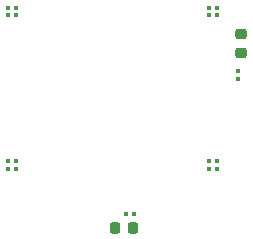
<source format=gbr>
%TF.GenerationSoftware,KiCad,Pcbnew,9.0.3*%
%TF.CreationDate,2025-07-21T12:26:19-07:00*%
%TF.ProjectId,UGC_SubStick_R5,5547435f-5375-4625-9374-69636b5f5235,rev?*%
%TF.SameCoordinates,Original*%
%TF.FileFunction,Paste,Top*%
%TF.FilePolarity,Positive*%
%FSLAX46Y46*%
G04 Gerber Fmt 4.6, Leading zero omitted, Abs format (unit mm)*
G04 Created by KiCad (PCBNEW 9.0.3) date 2025-07-21 12:26:19*
%MOMM*%
%LPD*%
G01*
G04 APERTURE LIST*
G04 Aperture macros list*
%AMRoundRect*
0 Rectangle with rounded corners*
0 $1 Rounding radius*
0 $2 $3 $4 $5 $6 $7 $8 $9 X,Y pos of 4 corners*
0 Add a 4 corners polygon primitive as box body*
4,1,4,$2,$3,$4,$5,$6,$7,$8,$9,$2,$3,0*
0 Add four circle primitives for the rounded corners*
1,1,$1+$1,$2,$3*
1,1,$1+$1,$4,$5*
1,1,$1+$1,$6,$7*
1,1,$1+$1,$8,$9*
0 Add four rect primitives between the rounded corners*
20,1,$1+$1,$2,$3,$4,$5,0*
20,1,$1+$1,$4,$5,$6,$7,0*
20,1,$1+$1,$6,$7,$8,$9,0*
20,1,$1+$1,$8,$9,$2,$3,0*%
G04 Aperture macros list end*
%ADD10R,0.370000X0.370000*%
%ADD11RoundRect,0.225000X-0.225000X-0.250000X0.225000X-0.250000X0.225000X0.250000X-0.225000X0.250000X0*%
%ADD12RoundRect,0.079500X-0.079500X-0.100500X0.079500X-0.100500X0.079500X0.100500X-0.079500X0.100500X0*%
%ADD13RoundRect,0.225000X-0.250000X0.225000X-0.250000X-0.225000X0.250000X-0.225000X0.250000X0.225000X0*%
%ADD14RoundRect,0.079500X0.100500X-0.079500X0.100500X0.079500X-0.100500X0.079500X-0.100500X-0.079500X0*%
G04 APERTURE END LIST*
D10*
%TO.C,RGB4*%
X50590000Y-31331718D03*
X51260000Y-31331718D03*
X51260000Y-30661718D03*
X50590000Y-30661718D03*
%TD*%
%TO.C,RGB3*%
X50590000Y-44331718D03*
X51260000Y-44331718D03*
X51260000Y-43661718D03*
X50590000Y-43661718D03*
%TD*%
%TO.C,RGB1*%
X67590000Y-31331718D03*
X68260000Y-31331718D03*
X68260000Y-30661718D03*
X67590000Y-30661718D03*
%TD*%
D11*
%TO.C,C1*%
X59626200Y-49301400D03*
X61176200Y-49301400D03*
%TD*%
D12*
%TO.C,R1*%
X60564200Y-48133000D03*
X61254200Y-48133000D03*
%TD*%
D13*
%TO.C,C2*%
X70317800Y-32933200D03*
X70317800Y-34483200D03*
%TD*%
D10*
%TO.C,RGB2*%
X67590000Y-44331718D03*
X68260000Y-44331718D03*
X68260000Y-43661718D03*
X67590000Y-43661718D03*
%TD*%
D14*
%TO.C,R2*%
X70053200Y-36743200D03*
X70053200Y-36053200D03*
%TD*%
M02*

</source>
